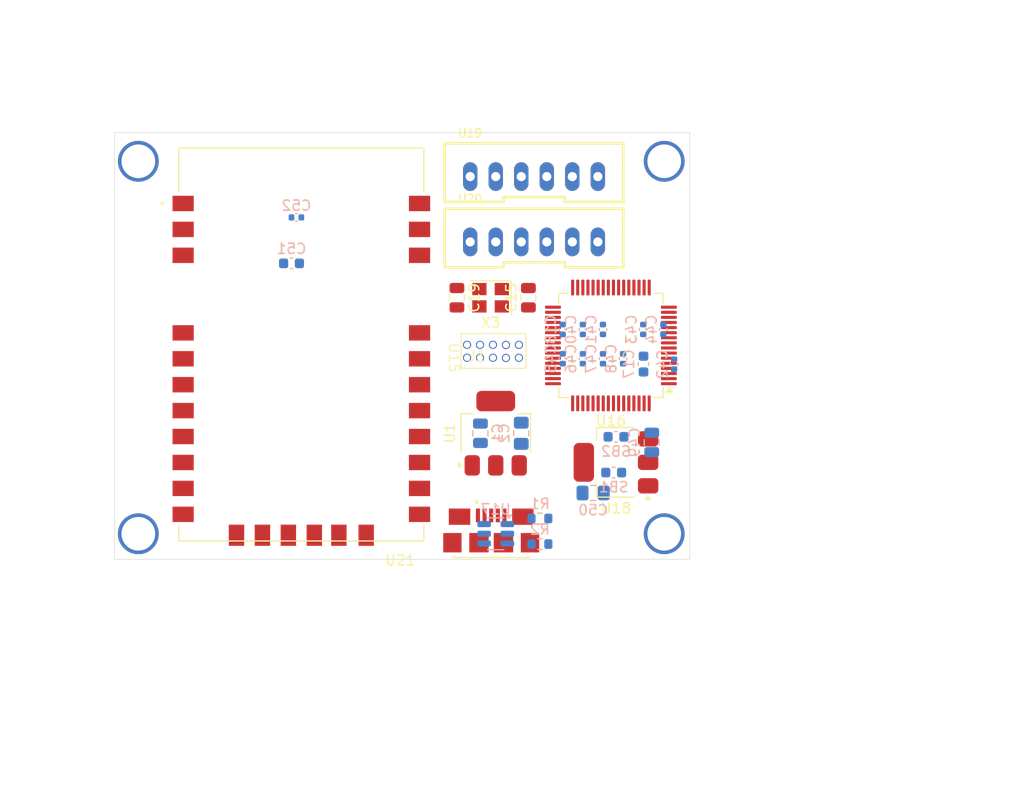
<source format=kicad_pcb>
(kicad_pcb (version 20240108) (generator "pcbnew") (generator_version "8.0")
  (layers (0 "F.Cu" signal) (31 "B.Cu" signal) (34 "B.Paste" user) (35 "F.Paste" user) (36 "B.SilkS" user "B.Silkscreen") (37 "F.SilkS" user "F.Silkscreen") (38 "B.Mask" user) (39 "F.Mask" user) (44 "Edge.Cuts" user))
  (net 0 "")
  (net 1 "GND")
  (net 2 "/XTAL1")
  (net 3 "+3.3V")
  (net 4 "/XTAL2")
  (net 5 "NRSTIN")
  (net 6 "VCC")
  (net 7 "/VCAP")
  (net 8 "Net-(U18-VI)")
  (net 10 "+5V")
  (net 13 "SWO")
  (net 14 "SWCLK")
  (net 15 "SWDIO")
  (net 17 "/D1+")
  (net 20 "/D1-")
  (net 22 "/D2-")
  (net 23 "/D2+")
  (net 28 "USB_D-")
  (net 30 "USB_D+")
  (net 39 "LORA_SCK")
  (net 42 "LORA_RST")
  (net 43 "Servo_PWM2")
  (net 46 "LORA_TxEn")
  (net 47 "LORA_NSS")
  (net 50 "UART_Tx")
  (net 52 "Servo_PWM1")
  (net 61 "UART_Rx")
  (net 66 "LORA_RxEn")
  (net 70 "LORA_MISO")
  (net 74 "LORA_MOSI")
  (footprint "Capacitor_SMD:C_0805_2012Metric" (layer "F.Cu") (at 52.7 31.37 90)
    (property "Reference" "C15" (at 0 -1.68 90) (layer "F.SilkS"))
    (property "Value" "10nf")
    (fp_line (start -0.261252 -0.735) (end 0.261252 -0.735) (stroke (width 0.12)) (layer "F.SilkS"))
    (fp_line (start -0.261252 0.735) (end 0.261252 0.735) (stroke (width 0.12)) (layer "F.SilkS"))
    (pad "1" smd roundrect (at -0.95 0 90) (size 1 1.45) (layers "F.Cu" "F.Paste" "F.Mask") (net 2 "/XTAL1"))
    (pad "2" smd roundrect (at 0.95 0 90) (size 1 1.45) (layers "F.Cu" "F.Paste" "F.Mask") (net 1 "GND"))
  )
  (footprint "Package_TO_SOT_SMD:SOT-223-3_TabPin2" (layer "F.Cu") (at 49.5 44.65 90)
    (property "Reference" "U1" (at 0 -4.5 90) (layer "F.SilkS"))
    (property "Value" "AMS1117-5")
    (fp_line (start 1.91 -3.41) (end 1.91 -2.15) (stroke (width 0.12)) (layer "F.SilkS"))
    (fp_line (start -1.85 -3.41) (end 1.91 -3.41) (stroke (width 0.12)) (layer "F.SilkS"))
    (fp_line (start 1.91 3.41) (end 1.91 2.15) (stroke (width 0.12)) (layer "F.SilkS"))
    (fp_line (start -1.85 3.41) (end 1.91 3.41) (stroke (width 0.12)) (layer "F.SilkS"))
    (fp_poly (pts (xy -3.13 -3.31) (xy -3.37 -3.64) (xy -2.89 -3.64) (xy -3.13 -3.31)) (stroke (width 0.12)) (fill solid) (layer "F.SilkS"))
    (pad "1" smd roundrect (at -3.15 -2.3 90) (size 2 1.5) (layers "F.Cu" "F.Paste" "F.Mask") (net 1 "GND"))
    (pad "2" smd roundrect (at -3.15 0 90) (size 2 1.5) (layers "F.Cu" "F.Paste" "F.Mask") (net 10 "+5V"))
    (pad "2" smd roundrect (at 3.15 0 90) (size 2 3.8) (layers "F.Cu" "F.Paste" "F.Mask") (net 10 "+5V"))
    (pad "3" smd roundrect (at -3.15 2.3 90) (size 2 1.5) (layers "F.Cu" "F.Paste" "F.Mask") (net 6 "VCC"))
  )
  (footprint "Custom_parts:DW127R-22-14-23" (layer "F.Cu") (at 46.69 35.984855 -90)
    (property "Reference" "U15" (at 1.27 1.27 -90) (layer "F.SilkS") (effects (font (thickness 0.1))))
    (property "Value" "DW127R-22-14-23")
    (fp_rect (start -1.1 -5.775) (end 2.3 0.575) (stroke (width 0.1)) (fill none) (layer "F.SilkS"))
    (pad "1" thru_hole circle (at 0 0 270) (size 0.8 0.8) (drill 0.6) (layers "*.Cu" "*.Mask") (net 3 "+3.3V"))
    (pad "2" thru_hole circle (at 1.27 0 270) (size 0.8 0.8) (drill 0.6) (layers "*.Cu" "*.Mask") (net 15 "SWDIO"))
    (pad "3" thru_hole circle (at 0 -1.27 270) (size 0.8 0.8) (drill 0.6) (layers "*.Cu" "*.Mask") (net 1 "GND"))
    (pad "4" thru_hole circle (at 1.27 -1.27 270) (size 0.8 0.8) (drill 0.6) (layers "*.Cu" "*.Mask") (net 14 "SWCLK"))
    (pad "5" thru_hole circle (at 0 -2.54 270) (size 0.8 0.8) (drill 0.6) (layers "*.Cu" "*.Mask") (net 1 "GND"))
    (pad "6" thru_hole circle (at 1.27 -2.54 270) (size 0.8 0.8) (drill 0.6) (layers "*.Cu" "*.Mask"))
    (pad "7" thru_hole circle (at 0.015145 -3.81 270) (size 0.8 0.8) (drill 0.6) (layers "*.Cu" "*.Mask") (net 13 "SWO"))
    (pad "8" thru_hole circle (at 1.285145 -3.81 270) (size 0.8 0.8) (drill 0.6) (layers "*.Cu" "*.Mask"))
    (pad "9" thru_hole circle (at 0 -5.08 270) (size 0.8 0.8) (drill 0.6) (layers "*.Cu" "*.Mask") (net 1 "GND"))
    (pad "10" thru_hole circle (at 1.27 -5.08 270) (size 0.8 0.8) (drill 0.6) (layers "*.Cu" "*.Mask") (net 5 "NRSTIN"))
  )
  (footprint "Custom_parts:E22-900M30S" (layer "F.Cu") (at 30.463 35.953 180)
    (property "Reference" "U21" (at -9.69 -21.135 360) (layer "F.SilkS"))
    (property "Value" "E32-400M30S")
    (fp_line (start 12 19.25) (end 12 14.895) (stroke (width 0.127)) (layer "F.SilkS"))
    (fp_line (start 12 19.25) (end -12 19.25) (stroke (width 0.127)) (layer "F.SilkS"))
    (fp_line (start 12 -19.25) (end 12 -17.715) (stroke (width 0.127)) (layer "F.SilkS"))
    (fp_line (start -12 19.25) (end -12 14.895) (stroke (width 0.127)) (layer "F.SilkS"))
    (fp_line (start -12 -17.715) (end -12 -19.25) (stroke (width 0.127)) (layer "F.SilkS"))
    (fp_line (start -12 -19.25) (end 12 -19.25) (stroke (width 0.127)) (layer "F.SilkS"))
    (fp_circle (center 13.615 13.82) (end 13.715 13.82) (stroke (width 0.2)) (fill none) (layer "F.SilkS"))
    (pad "1" smd rect (at 11.575 13.82 180) (size 2.08 1.51) (layers "F.Cu" "F.Paste" "F.Mask") (net 1 "GND"))
    (pad "2" smd rect (at 11.575 11.28 180) (size 2.08 1.51) (layers "F.Cu" "F.Paste" "F.Mask") (net 1 "GND"))
    (pad "3" smd rect (at 11.575 8.74 180) (size 2.08 1.51) (layers "F.Cu" "F.Paste" "F.Mask") (net 1 "GND"))
    (pad "4" smd rect (at 11.575 1.14 180) (size 2.08 1.51) (layers "F.Cu" "F.Paste" "F.Mask") (net 1 "GND"))
    (pad "5" smd rect (at 11.575 -1.4 180) (size 2.08 1.51) (layers "F.Cu" "F.Paste" "F.Mask") (net 1 "GND"))
    (pad "6" smd rect (at 11.575 -3.94 180) (size 2.08 1.51) (layers "F.Cu" "F.Paste" "F.Mask") (net 66 "LORA_RxEn"))
    (pad "7" smd rect (at 11.575 -6.48 180) (size 2.08 1.51) (layers "F.Cu" "F.Paste" "F.Mask") (net 46 "LORA_TxEn"))
    (pad "8" smd rect (at 11.575 -9.02 180) (size 2.08 1.51) (layers "F.Cu" "F.Paste" "F.Mask"))
    (pad "9" smd rect (at 11.575 -11.56 180) (size 2.08 1.51) (layers "F.Cu" "F.Paste" "F.Mask") (net 10 "+5V"))
    (pad "10" smd rect (at 11.575 -14.1 180) (size 2.08 1.51) (layers "F.Cu" "F.Paste" "F.Mask") (net 10 "+5V"))
    (pad "11" smd rect (at 11.575 -16.64 180) (size 2.08 1.51) (layers "F.Cu" "F.Paste" "F.Mask") (net 1 "GND"))
    (pad "12" smd rect (at 6.35 -18.69 270) (size 2.08 1.51) (layers "F.Cu" "F.Paste" "F.Mask") (net 1 "GND"))
    (pad "13" smd rect (at 3.81 -18.69 270) (size 2.08 1.51) (layers "F.Cu" "F.Paste" "F.Mask"))
    (pad "14" smd rect (at 1.27 -18.69 270) (size 2.08 1.51) (layers "F.Cu" "F.Paste" "F.Mask"))
    (pad "15" smd rect (at -1.27 -18.69 270) (size 2.08 1.51) (layers "F.Cu" "F.Paste" "F.Mask"))
    (pad "16" smd rect (at -3.675 -18.69 270) (size 2.08 1.51) (layers "F.Cu" "F.Paste" "F.Mask"))
    (pad "17" smd rect (at -6.35 -18.69 270) (size 2.08 1.51) (layers "F.Cu" "F.Paste" "F.Mask") (net 1 "GND"))
    (pad "18" smd rect (at -11.575 -16.64 180) (size 2.08 1.51) (layers "F.Cu" "F.Paste" "F.Mask") (net 1 "GND"))
    (pad "19" smd rect (at -11.575 -14.1 180) (size 2.08 1.51) (layers "F.Cu" "F.Paste" "F.Mask"))
    (pad "20" smd rect (at -11.575 -11.56 180) (size 2.08 1.51) (layers "F.Cu" "F.Paste" "F.Mask"))
    (pad "21" smd rect (at -11.575 -9.02 180) (size 2.08 1.51) (layers "F.Cu" "F.Paste" "F.Mask") (net 42 "LORA_RST"))
    (pad "22" smd rect (at -11.575 -6.48 180) (size 2.08 1.51) (layers "F.Cu" "F.Paste" "F.Mask") (net 70 "LORA_MISO"))
    (pad "23" smd rect (at -11.575 -3.94 180) (size 2.08 1.51) (layers "F.Cu" "F.Paste" "F.Mask") (net 74 "LORA_MOSI"))
    (pad "24" smd rect (at -11.575 -1.4 180) (size 2.08 1.51) (layers "F.Cu" "F.Paste" "F.Mask") (net 39 "LORA_SCK"))
    (pad "25" smd rect (at -11.575 1.14 180) (size 2.08 1.51) (layers "F.Cu" "F.Paste" "F.Mask") (net 47 "LORA_NSS"))
    (pad "26" smd rect (at -11.575 8.74 180) (size 2.08 1.51) (layers "F.Cu" "F.Paste" "F.Mask") (net 1 "GND"))
    (pad "27" smd rect (at -11.575 11.28 180) (size 2.08 1.51) (layers "F.Cu" "F.Paste" "F.Mask"))
    (pad "28" smd rect (at -11.575 13.82 180) (size 2.08 1.51) (layers "F.Cu" "F.Paste" "F.Mask") (net 1 "GND"))
  )
  (footprint "Custom_parts:AMPHENOL_10118192-0002LF" (layer "F.Cu") (at 49.05575 52.7)
    (property "Reference" "J1" (at -1.405 -15.575 0) (layer "F.SilkS"))
    (property "Value" "10118192-0002LF")
    (fp_line (start -3.75 4) (end -3.75 4.125) (stroke (width 0.127)) (layer "F.SilkS"))
    (fp_line (start -3.75 4.125) (end 3.75 4.125) (stroke (width 0.127)) (layer "F.SilkS"))
    (fp_line (start 3.75 4.125) (end 3.75 4) (stroke (width 0.127)) (layer "F.SilkS"))
    (fp_circle (center -1.4 -1.3) (end -1.3 -1.3) (stroke (width 0.2)) (fill none) (layer "F.SilkS"))
    (pad "1" smd rect (at -1.3 0) (size 0.4 1.35) (layers "F.Cu" "F.Paste" "F.Mask") (net 10 "+5V"))
    (pad "2" smd rect (at -0.65 0) (size 0.4 1.35) (layers "F.Cu" "F.Paste" "F.Mask") (net 20 "/D1-"))
    (pad "3" smd rect (at 0 0) (size 0.4 1.35) (layers "F.Cu" "F.Paste" "F.Mask") (net 17 "/D1+"))
    (pad "4" smd rect (at 0.65 0) (size 0.4 1.35) (layers "F.Cu" "F.Paste" "F.Mask"))
    (pad "5" smd rect (at 1.3 0) (size 0.4 1.35) (layers "F.Cu" "F.Paste" "F.Mask") (net 1 "GND"))
    (pad "S1" smd rect (at -3.1 0.125) (size 2.1 1.6) (layers "F.Cu" "F.Paste" "F.Mask"))
    (pad "S2" smd rect (at 3.1 0.125) (size 2.1 1.6) (layers "F.Cu" "F.Paste" "F.Mask"))
    (pad "S3" smd rect (at -3.8 2.675) (size 1.8 1.9) (layers "F.Cu" "F.Paste" "F.Mask"))
    (pad "S4" smd rect (at -1.2 2.675) (size 1.9 1.9) (layers "F.Cu" "F.Paste" "F.Mask"))
    (pad "S5" smd rect (at 1.2 2.675) (size 1.9 1.9) (layers "F.Cu" "F.Paste" "F.Mask"))
    (pad "S6" smd rect (at 3.8 2.675) (size 1.8 1.9) (layers "F.Cu" "F.Paste" "F.Mask"))
  )
  (footprint "Crystal:Crystal_SMD_3225-4Pin_3.2x2.5mm" (layer "F.Cu") (at 49 31.37 180)
    (property "Reference" "X3" (at 0 -2.45 360) (layer "F.SilkS"))
    (property "Value" "25MHz")
    (fp_line (start -2 1.65) (end 2 1.65) (stroke (width 0.12)) (layer "F.SilkS"))
    (fp_line (start -2 -1.65) (end -2 1.65) (stroke (width 0.12)) (layer "F.SilkS"))
    (pad "1" smd rect (at -1.1 0.85 180) (size 1.4 1.2) (layers "F.Cu" "F.Paste" "F.Mask") (net 2 "/XTAL1"))
    (pad "2" smd rect (at 1.1 0.85 180) (size 1.4 1.2) (layers "F.Cu" "F.Paste" "F.Mask") (net 1 "GND"))
    (pad "3" smd rect (at 1.1 -0.85 180) (size 1.4 1.2) (layers "F.Cu" "F.Paste" "F.Mask") (net 4 "/XTAL2"))
    (pad "4" smd rect (at -1.1 -0.85 180) (size 1.4 1.2) (layers "F.Cu" "F.Paste" "F.Mask") (net 1 "GND"))
  )
  (footprint "Custom_parts:B06B-XASK-1-A" (layer "F.Cu") (at 53.25 19.5)
    (property "Reference" "U19" (at -6.25 -4.25 0) (layer "F.SilkS") (effects (font (size 0.787402 0.787402))))
    (property "Value" "~")
    (fp_line (start -8.75 -3.25) (end -8.75 2.5) (stroke (width 0.254)) (layer "F.SilkS"))
    (fp_line (start -8.75 2.5) (end -3 2.5) (stroke (width 0.254)) (layer "F.SilkS"))
    (fp_line (start -3 2) (end 3 2) (stroke (width 0.254)) (layer "F.SilkS"))
    (fp_line (start -3 2.5) (end -3 2) (stroke (width 0.254)) (layer "F.SilkS"))
    (fp_line (start 3 2) (end 3 2.5) (stroke (width 0.254)) (layer "F.SilkS"))
    (fp_line (start 3 2.5) (end 8.75 2.5) (stroke (width 0.254)) (layer "F.SilkS"))
    (fp_line (start 8.75 -3.25) (end -8.75 -3.25) (stroke (width 0.254)) (layer "F.SilkS"))
    (fp_line (start 8.75 2.5) (end 8.75 -3.25) (stroke (width 0.254)) (layer "F.SilkS"))
    (pad "" np_thru_hole circle (at 7.85 -1.6) (size 1.2 1.2) (drill 1.2) (layers "*.Cu" "*.Mask"))
    (pad "1" thru_hole oval (at 6.25 0) (size 1.408 2.816) (drill 0.9) (layers "*.Cu" "*.Mask") (net 52 "Servo_PWM1"))
    (pad "2" thru_hole oval (at 3.75 0) (size 1.408 2.816) (drill 0.9) (layers "*.Cu" "*.Mask") (net 6 "VCC"))
    (pad "3" thru_hole oval (at 1.25 0) (size 1.408 2.816) (drill 0.9) (layers "*.Cu" "*.Mask") (net 1 "GND"))
    (pad "4" thru_hole oval (at -1.25 0) (size 1.408 2.816) (drill 0.9) (layers "*.Cu" "*.Mask") (net 43 "Servo_PWM2"))
    (pad "5" thru_hole oval (at -3.75 0) (size 1.408 2.816) (drill 0.9) (layers "*.Cu" "*.Mask") (net 6 "VCC"))
    (pad "6" thru_hole oval (at -6.25 0) (size 1.408 2.816) (drill 0.9) (layers "*.Cu" "*.Mask") (net 1 "GND"))
  )
  (footprint "Capacitor_SMD:C_0805_2012Metric" (layer "F.Cu") (at 45.7 31.37 -90)
    (property "Reference" "C19" (at 0 -1.68 90) (layer "F.SilkS"))
    (property "Value" "10nf")
    (fp_line (start -0.261252 0.735) (end 0.261252 0.735) (stroke (width 0.12)) (layer "F.SilkS"))
    (fp_line (start -0.261252 -0.735) (end 0.261252 -0.735) (stroke (width 0.12)) (layer "F.SilkS"))
    (pad "1" smd roundrect (at -0.95 0 270) (size 1 1.45) (layers "F.Cu" "F.Paste" "F.Mask") (net 4 "/XTAL2"))
    (pad "2" smd roundrect (at 0.95 0 270) (size 1 1.45) (layers "F.Cu" "F.Paste" "F.Mask") (net 1 "GND"))
  )
  (footprint "Package_QFP:LQFP-64_10x10mm_P0.5mm" (layer "F.Cu") (at 60.78 36.045 180)
    (property "Reference" "U16" (at 0 -7.4 360) (layer "F.SilkS"))
    (property "Value" "STM32F401RCTx")
    (fp_line (start 5.11 5.11) (end 5.11 4.16) (stroke (width 0.12)) (layer "F.SilkS"))
    (fp_line (start 5.11 -5.11) (end 5.11 -4.16) (stroke (width 0.12)) (layer "F.SilkS"))
    (fp_line (start 4.16 5.11) (end 5.11 5.11) (stroke (width 0.12)) (layer "F.SilkS"))
    (fp_line (start 4.16 -5.11) (end 5.11 -5.11) (stroke (width 0.12)) (layer "F.SilkS"))
    (fp_line (start -4.16 5.11) (end -5.11 5.11) (stroke (width 0.12)) (layer "F.SilkS"))
    (fp_line (start -4.16 -5.11) (end -5.11 -5.11) (stroke (width 0.12)) (layer "F.SilkS"))
    (fp_line (start -5.11 5.11) (end -5.11 4.16) (stroke (width 0.12)) (layer "F.SilkS"))
    (fp_line (start -5.11 -5.11) (end -5.11 -4.16) (stroke (width 0.12)) (layer "F.SilkS"))
    (fp_poly (pts (xy -5.725 -4.16) (xy -6.065 -4.63) (xy -5.385 -4.63) (xy -5.725 -4.16)) (stroke (width 0.12)) (fill solid) (layer "F.SilkS"))
    (pad "1" smd roundrect (at -5.675 -3.75 180) (size 1.55 0.3) (layers "F.Cu" "F.Paste" "F.Mask") (net 3 "+3.3V"))
    (pad "2" smd roundrect (at -5.675 -3.25 180) (size 1.55 0.3) (layers "F.Cu" "F.Paste" "F.Mask"))
    (pad "3" smd roundrect (at -5.675 -2.75 180) (size 1.55 0.3) (layers "F.Cu" "F.Paste" "F.Mask"))
    (pad "4" smd roundrect (at -5.675 -2.25 180) (size 1.55 0.3) (layers "F.Cu" "F.Paste" "F.Mask"))
    (pad "5" smd roundrect (at -5.675 -1.75 180) (size 1.55 0.3) (layers "F.Cu" "F.Paste" "F.Mask") (net 2 "/XTAL1"))
    (pad "6" smd roundrect (at -5.675 -1.25 180) (size 1.55 0.3) (layers "F.Cu" "F.Paste" "F.Mask") (net 4 "/XTAL2"))
    (pad "7" smd roundrect (at -5.675 -0.75 180) (size 1.55 0.3) (layers "F.Cu" "F.Paste" "F.Mask") (net 5 "NRSTIN"))
    (pad "8" smd roundrect (at -5.675 -0.25 180) (size 1.55 0.3) (layers "F.Cu" "F.Paste" "F.Mask"))
    (pad "9" smd roundrect (at -5.675 0.25 180) (size 1.55 0.3) (layers "F.Cu" "F.Paste" "F.Mask"))
    (pad "10" smd roundrect (at -5.675 0.75 180) (size 1.55 0.3) (layers "F.Cu" "F.Paste" "F.Mask"))
    (pad "11" smd roundrect (at -5.675 1.25 180) (size 1.55 0.3) (layers "F.Cu" "F.Paste" "F.Mask"))
    (pad "12" smd roundrect (at -5.675 1.75 180) (size 1.55 0.3) (layers "F.Cu" "F.Paste" "F.Mask") (net 1 "GND"))
    (pad "13" smd roundrect (at -5.675 2.25 180) (size 1.55 0.3) (layers "F.Cu" "F.Paste" "F.Mask") (net 3 "+3.3V"))
    (pad "14" smd roundrect (at -5.675 2.75 180) (size 1.55 0.3) (layers "F.Cu" "F.Paste" "F.Mask"))
    (pad "15" smd roundrect (at -5.675 3.25 180) (size 1.55 0.3) (layers "F.Cu" "F.Paste" "F.Mask") (net 66 "LORA_RxEn"))
    (pad "16" smd roundrect (at -5.675 3.75 180) (size 1.55 0.3) (layers "F.Cu" "F.Paste" "F.Mask") (net 46 "LORA_TxEn"))
    (pad "17" smd roundrect (at -3.75 5.675 180) (size 0.3 1.55) (layers "F.Cu" "F.Paste" "F.Mask") (net 42 "LORA_RST"))
    (pad "18" smd roundrect (at -3.25 5.675 180) (size 0.3 1.55) (layers "F.Cu" "F.Paste" "F.Mask") (net 1 "GND"))
    (pad "19" smd roundrect (at -2.75 5.675 180) (size 0.3 1.55) (layers "F.Cu" "F.Paste" "F.Mask") (net 3 "+3.3V"))
    (pad "20" smd roundrect (at -2.25 5.675 180) (size 0.3 1.55) (layers "F.Cu" "F.Paste" "F.Mask") (net 47 "LORA_NSS"))
    (pad "21" smd roundrect (at -1.75 5.675 180) (size 0.3 1.55) (layers "F.Cu" "F.Paste" "F.Mask") (net 39 "LORA_SCK"))
    (pad "22" smd roundrect (at -1.25 5.675 180) (size 0.3 1.55) (layers "F.Cu" "F.Paste" "F.Mask") (net 70 "LORA_MISO"))
    (pad "23" smd roundrect (at -0.75 5.675 180) (size 0.3 1.55) (layers "F.Cu" "F.Paste" "F.Mask") (net 74 "LORA_MOSI"))
    (pad "24" smd roundrect (at -0.25 5.675 180) (size 0.3 1.55) (layers "F.Cu" "F.Paste" "F.Mask"))
    (pad "25" smd roundrect (at 0.25 5.675 180) (size 0.3 1.55) (layers "F.Cu" "F.Paste" "F.Mask"))
    (pad "26" smd roundrect (at 0.75 5.675 180) (size 0.3 1.55) (layers "F.Cu" "F.Paste" "F.Mask"))
    (pad "27" smd roundrect (at 1.25 5.675 180) (size 0.3 1.55) (layers "F.Cu" "F.Paste" "F.Mask"))
    (pad "28" smd roundrect (at 1.75 5.675 180) (size 0.3 1.55) (layers "F.Cu" "F.Paste" "F.Mask"))
    (pad "29" smd roundrect (at 2.25 5.675 180) (size 0.3 1.55) (layers "F.Cu" "F.Paste" "F.Mask"))
    (pad "30" smd roundrect (at 2.75 5.675 180) (size 0.3 1.55) (layers "F.Cu" "F.Paste" "F.Mask") (net 7 "/VCAP"))
    (pad "31" smd roundrect (at 3.25 5.675 180) (size 0.3 1.55) (layers "F.Cu" "F.Paste" "F.Mask") (net 1 "GND"))
    (pad "32" smd roundrect (at 3.75 5.675 180) (size 0.3 1.55) (layers "F.Cu" "F.Paste" "F.Mask") (net 3 "+3.3V"))
    (pad "33" smd roundrect (at 5.675 3.75 180) (size 1.55 0.3) (layers "F.Cu" "F.Paste" "F.Mask"))
    (pad "34" smd roundrect (at 5.675 3.25 180) (size 1.55 0.3) (layers "F.Cu" "F.Paste" "F.Mask"))
    (pad "35" smd roundrect (at 5.675 2.75 180) (size 1.55 0.3) (layers "F.Cu" "F.Paste" "F.Mask"))
    (pad "36" smd roundrect (at 5.675 2.25 180) (size 1.55 0.3) (layers "F.Cu" "F.Paste" "F.Mask"))
    (pad "37" smd roundrect (at 5.675 1.75 180) (size 1.55 0.3) (layers "F.Cu" "F.Paste" "F.Mask"))
    (pad "38" smd roundrect (at 5.675 1.25 180) (size 1.55 0.3) (layers "F.Cu" "F.Paste" "F.Mask"))
    (pad "39" smd roundrect (at 5.675 0.75 180) (size 1.55 0.3) (layers "F.Cu" "F.Paste" "F.Mask"))
    (pad "40" smd roundrect (at 5.675 0.25 180) (size 1.55 0.3) (layers "F.Cu" "F.Paste" "F.Mask"))
    (pad "41" smd roundrect (at 5.675 -0.25 180) (size 1.55 0.3) (layers "F.Cu" "F.Paste" "F.Mask"))
    (pad "42" smd roundrect (at 5.675 -0.75 180) (size 1.55 0.3) (layers "F.Cu" "F.Paste" "F.Mask"))
    (pad "43" smd roundrect (at 5.675 -1.25 180) (size 1.55 0.3) (layers "F.Cu" "F.Paste" "F.Mask"))
    (pad "44" smd roundrect (at 5.675 -1.75 180) (size 1.55 0.3) (layers "F.Cu" "F.Paste" "F.Mask") (net 28 "USB_D-"))
    (pad "45" smd roundrect (at 5.675 -2.25 180) (size 1.55 0.3) (layers "F.Cu" "F.Paste" "F.Mask") (net 30 "USB_D+"))
    (pad "46" smd roundrect (at 5.675 -2.75 180) (size 1.55 0.3) (layers "F.Cu" "F.Paste" "F.Mask") (net 15 "SWDIO"))
    (pad "47" smd roundrect (at 5.675 -3.25 180) (size 1.55 0.3) (layers "F.Cu" "F.Paste" "F.Mask") (net 1 "GND"))
    (pad "48" smd roundrect (at 5.675 -3.75 180) (size 1.55 0.3) (layers "F.Cu" "F.Paste" "F.Mask") (net 3 "+3.3V"))
    (pad "49" smd roundrect (at 3.75 -5.675 180) (size 0.3 1.55) (layers "F.Cu" "F.Paste" "F.Mask") (net 14 "SWCLK"))
    (pad "50" smd roundrect (at 3.25 -5.675 180) (size 0.3 1.55) (layers "F.Cu" "F.Paste" "F.Mask"))
    (pad "51" smd roundrect (at 2.75 -5.675 180) (size 0.3 1.55) (layers "F.Cu" "F.Paste" "F.Mask"))
    (pad "52" smd roundrect (at 2.25 -5.675 180) (size 0.3 1.55) (layers "F.Cu" "F.Paste" "F.Mask"))
    (pad "53" smd roundrect (at 1.75 -5.675 180) (size 0.3 1.55) (layers "F.Cu" "F.Paste" "F.Mask"))
    (pad "54" smd roundrect (at 1.25 -5.675 180) (size 0.3 1.55) (layers "F.Cu" "F.Paste" "F.Mask"))
    (pad "55" smd roundrect (at 0.75 -5.675 180) (size 0.3 1.55) (layers "F.Cu" "F.Paste" "F.Mask") (net 13 "SWO"))
    (pad "56" smd roundrect (at 0.25 -5.675 180) (size 0.3 1.55) (layers "F.Cu" "F.Paste" "F.Mask"))
    (pad "57" smd roundrect (at -0.25 -5.675 180) (size 0.3 1.55) (layers "F.Cu" "F.Paste" "F.Mask"))
    (pad "58" smd roundrect (at -0.75 -5.675 180) (size 0.3 1.55) (layers "F.Cu" "F.Paste" "F.Mask") (net 50 "UART_Tx"))
    (pad "59" smd roundrect (at -1.25 -5.675 180) (size 0.3 1.55) (layers "F.Cu" "F.Paste" "F.Mask") (net 61 "UART_Rx"))
    (pad "60" smd roundrect (at -1.75 -5.675 180) (size 0.3 1.55) (layers "F.Cu" "F.Paste" "F.Mask") (net 1 "GND"))
    (pad "61" smd roundrect (at -2.25 -5.675 180) (size 0.3 1.55) (layers "F.Cu" "F.Paste" "F.Mask"))
    (pad "62" smd roundrect (at -2.75 -5.675 180) (size 0.3 1.55) (layers "F.Cu" "F.Paste" "F.Mask"))
    (pad "63" smd roundrect (at -3.25 -5.675 180) (size 0.3 1.55) (layers "F.Cu" "F.Paste" "F.Mask") (net 1 "GND"))
    (pad "64" smd roundrect (at -3.75 -5.675 180) (size 0.3 1.55) (layers "F.Cu" "F.Paste" "F.Mask") (net 3 "+3.3V"))
  )
  (footprint "Package_TO_SOT_SMD:SOT-223-3_TabPin2" (layer "F.Cu") (at 61.275 47.5 180)
    (property "Reference" "U18" (at 0 -4.5 360) (layer "F.SilkS"))
    (property "Value" "AMS1117-3.3")
    (fp_line (start 1.91 3.41) (end 1.91 2.15) (stroke (width 0.12)) (layer "F.SilkS"))
    (fp_line (start 1.91 -3.41) (end 1.91 -2.15) (stroke (width 0.12)) (layer "F.SilkS"))
    (fp_line (start -1.85 3.41) (end 1.91 3.41) (stroke (width 0.12)) (layer "F.SilkS"))
    (fp_line (start -1.85 -3.41) (end 1.91 -3.41) (stroke (width 0.12)) (layer "F.SilkS"))
    (fp_poly (pts (xy -3.13 -3.31) (xy -3.37 -3.64) (xy -2.89 -3.64) (xy -3.13 -3.31)) (stroke (width 0.12)) (fill solid) (layer "F.SilkS"))
    (pad "1" smd roundrect (at -3.15 -2.3 180) (size 2 1.5) (layers "F.Cu" "F.Paste" "F.Mask") (net 1 "GND"))
    (pad "2" smd roundrect (at -3.15 0 180) (size 2 1.5) (layers "F.Cu" "F.Paste" "F.Mask") (net 3 "+3.3V"))
    (pad "2" smd roundrect (at 3.15 0 180) (size 2 3.8) (layers "F.Cu" "F.Paste" "F.Mask") (net 3 "+3.3V"))
    (pad "3" smd roundrect (at -3.15 2.3 180) (size 2 1.5) (layers "F.Cu" "F.Paste" "F.Mask") (net 8 "Net-(U18-VI)"))
  )
  (footprint "Custom_parts:B06B-XASK-1-A" (layer "F.Cu") (at 53.25 25.9)
    (property "Reference" "U20" (at -6.25 -4.25 0) (layer "F.SilkS") (effects (font (size 0.787402 0.787402))))
    (property "Value" "~")
    (fp_line (start -8.75 -3.25) (end -8.75 2.5) (stroke (width 0.254)) (layer "F.SilkS"))
    (fp_line (start -8.75 2.5) (end -3 2.5) (stroke (width 0.254)) (layer "F.SilkS"))
    (fp_line (start -3 2) (end 3 2) (stroke (width 0.254)) (layer "F.SilkS"))
    (fp_line (start -3 2.5) (end -3 2) (stroke (width 0.254)) (layer "F.SilkS"))
    (fp_line (start 3 2) (end 3 2.5) (stroke (width 0.254)) (layer "F.SilkS"))
    (fp_line (start 3 2.5) (end 8.75 2.5) (stroke (width 0.254)) (layer "F.SilkS"))
    (fp_line (start 8.75 -3.25) (end -8.75 -3.25) (stroke (width 0.254)) (layer "F.SilkS"))
    (fp_line (start 8.75 2.5) (end 8.75 -3.25) (stroke (width 0.254)) (layer "F.SilkS"))
    (pad "" np_thru_hole circle (at 7.85 -1.6) (size 1.2 1.2) (drill 1.2) (layers "*.Cu" "*.Mask"))
    (pad "1" thru_hole oval (at 6.25 0) (size 1.408 2.816) (drill 0.9) (layers "*.Cu" "*.Mask") (net 6 "VCC"))
    (pad "2" thru_hole oval (at 3.75 0) (size 1.408 2.816) (drill 0.9) (layers "*.Cu" "*.Mask"))
    (pad "3" thru_hole oval (at 1.25 0) (size 1.408 2.816) (drill 0.9) (layers "*.Cu" "*.Mask") (net 52 "Servo_PWM1"))
    (pad "4" thru_hole oval (at -1.25 0) (size 1.408 2.816) (drill 0.9) (layers "*.Cu" "*.Mask") (net 43 "Servo_PWM2"))
    (pad "5" thru_hole oval (at -3.75 0) (size 1.408 2.816) (drill 0.9) (layers "*.Cu" "*.Mask"))
    (pad "6" thru_hole oval (at -6.25 0) (size 1.408 2.816) (drill 0.9) (layers "*.Cu" "*.Mask") (net 1 "GND"))
  )
  (footprint "Package_TO_SOT_SMD:SOT-23-6" (layer "B.Cu") (at 49.5 54.5 180)
    (property "Reference" "U17" (at 0 2.4 0) (layer "B.SilkS") (effects (justify mirror)))
    (property "Value" "USBLC6-2SC6")
    (fp_line (start 0.8 1.56) (end 0 1.56) (stroke (width 0.12)) (layer "B.SilkS"))
    (fp_line (start 0.8 -1.56) (end 0 -1.56) (stroke (width 0.12)) (layer "B.SilkS"))
    (fp_line (start -0.8 1.56) (end 0 1.56) (stroke (width 0.12)) (layer "B.SilkS"))
    (fp_line (start -0.8 -1.56) (end 0 -1.56) (stroke (width 0.12)) (layer "B.SilkS"))
    (fp_poly (pts (xy -1.3 1.51) (xy -1.54 1.84) (xy -1.06 1.84) (xy -1.3 1.51)) (stroke (width 0.12)) (fill solid) (layer "B.SilkS"))
    (pad "1" smd roundrect (at -1.1375 0.95 180) (size 1.325 0.6) (layers "B.Cu" "B.Paste" "B.Mask") (net 20 "/D1-"))
    (pad "2" smd roundrect (at -1.1375 0 180) (size 1.325 0.6) (layers "B.Cu" "B.Paste" "B.Mask") (net 1 "GND"))
    (pad "3" smd roundrect (at -1.1375 -0.95 180) (size 1.325 0.6) (layers "B.Cu" "B.Paste" "B.Mask") (net 17 "/D1+"))
    (pad "4" smd roundrect (at 1.1375 -0.95 180) (size 1.325 0.6) (layers "B.Cu" "B.Paste" "B.Mask") (net 23 "/D2+"))
    (pad "5" smd roundrect (at 1.1375 0 180) (size 1.325 0.6) (layers "B.Cu" "B.Paste" "B.Mask") (net 10 "+5V"))
    (pad "6" smd roundrect (at 1.1375 0.95 180) (size 1.325 0.6) (layers "B.Cu" "B.Paste" "B.Mask") (net 22 "/D2-"))
  )
  (footprint "Capacitor_SMD:C_0805_2012Metric_Pad1.18x1.45mm_HandSolder" (layer "B.Cu") (at 52 44.65 -90)
    (property "Reference" "C2" (at 0 1.68 90) (layer "B.SilkS") (effects (justify mirror)))
    (property "Value" "22uf")
    (fp_line (start 0.261252 0.735) (end -0.261252 0.735) (stroke (width 0.12)) (layer "B.SilkS"))
    (fp_line (start 0.261252 -0.735) (end -0.261252 -0.735) (stroke (width 0.12)) (layer "B.SilkS"))
    (pad "1" smd roundrect (at -1.0375 0 270) (size 1.175 1.45) (layers "B.Cu" "B.Paste" "B.Mask") (roundrect_rratio 0.212766) (net 10 "+5V"))
    (pad "2" smd roundrect (at 1.0375 0 270) (size 1.175 1.45) (layers "B.Cu" "B.Paste" "B.Mask") (roundrect_rratio 0.212766) (net 1 "GND"))
  )
  (footprint "Resistor_SMD:R_0603_1608Metric" (layer "B.Cu") (at 53.825 53 180)
    (property "Reference" "R1" (at 0 1.43 0) (layer "B.SilkS") (effects (justify mirror)))
    (property "Value" "20R")
    (fp_line (start 0.237258 0.5225) (end -0.237258 0.5225) (stroke (width 0.12)) (layer "B.SilkS"))
    (fp_line (start 0.237258 -0.5225) (end -0.237258 -0.5225) (stroke (width 0.12)) (layer "B.SilkS"))
    (pad "1" smd roundrect (at -0.825 0 180) (size 0.8 0.95) (layers "B.Cu" "B.Paste" "B.Mask") (net 22 "/D2-"))
    (pad "2" smd roundrect (at 0.825 0 180) (size 0.8 0.95) (layers "B.Cu" "B.Paste" "B.Mask") (net 28 "USB_D-"))
  )
  (footprint "Resistor_SMD:R_0603_1608Metric" (layer "B.Cu") (at 53.825 55.51 180)
    (property "Reference" "R2" (at 0 1.43 360) (layer "B.SilkS") (effects (justify mirror)))
    (property "Value" "20R")
    (fp_line (start 0.237258 0.5225) (end -0.237258 0.5225) (stroke (width 0.12)) (layer "B.SilkS"))
    (fp_line (start 0.237258 -0.5225) (end -0.237258 -0.5225) (stroke (width 0.12)) (layer "B.SilkS"))
    (pad "1" smd roundrect (at -0.825 0 180) (size 0.8 0.95) (layers "B.Cu" "B.Paste" "B.Mask") (net 23 "/D2+"))
    (pad "2" smd roundrect (at 0.825 0 180) (size 0.8 0.95) (layers "B.Cu" "B.Paste" "B.Mask") (net 30 "USB_D+"))
  )
  (footprint "Capacitor_SMD:C_0402_1005Metric" (layer "B.Cu") (at 56.06 37.35 -90)
    (property "Reference" "C45" (at 0 1.16 90) (layer "B.SilkS") (effects (justify mirror)))
    (property "Value" "0.1uf")
    (fp_line (start 0.107836 0.36) (end -0.107836 0.36) (stroke (width 0.12)) (layer "B.SilkS"))
    (fp_line (start 0.107836 -0.36) (end -0.107836 -0.36) (stroke (width 0.12)) (layer "B.SilkS"))
    (pad "1" smd roundrect (at -0.48 0 270) (size 0.56 0.62) (layers "B.Cu" "B.Paste" "B.Mask") (net 3 "+3.3V"))
    (pad "2" smd roundrect (at 0.48 0 270) (size 0.56 0.62) (layers "B.Cu" "B.Paste" "B.Mask") (net 1 "GND"))
  )
  (footprint "Capacitor_SMD:C_0603_1608Metric" (layer "B.Cu") (at 61.05 48.5)
    (property "Reference" "SB1" (at 0 1.43 360) (layer "B.SilkS") (effects (justify mirror)))
    (property "Value" "~")
    (fp_line (start 0.14058 -0.51) (end -0.14058 -0.51) (stroke (width 0.12)) (layer "B.SilkS"))
    (fp_line (start 0.14058 0.51) (end -0.14058 0.51) (stroke (width 0.12)) (layer "B.SilkS"))
    (pad "1" smd roundrect (at -0.775 0) (size 0.9 0.95) (layers "B.Cu" "B.Paste" "B.Mask") (net 10 "+5V"))
    (pad "2" smd roundrect (at 0.775 0) (size 0.9 0.95) (layers "B.Cu" "B.Paste" "B.Mask") (net 8 "Net-(U18-VI)"))
  )
  (footprint "Capacitor_SMD:C_0805_2012Metric" (layer "B.Cu") (at 64.775 45.55 -90)
    (property "Reference" "C49" (at 0 1.68 90) (layer "B.SilkS") (effects (justify mirror)))
    (property "Value" "10uf")
    (fp_line (start 0.261252 0.735) (end -0.261252 0.735) (stroke (width 0.12)) (layer "B.SilkS"))
    (fp_line (start 0.261252 -0.735) (end -0.261252 -0.735) (stroke (width 0.12)) (layer "B.SilkS"))
    (pad "1" smd roundrect (at -0.95 0 270) (size 1 1.45) (layers "B.Cu" "B.Paste" "B.Mask") (net 8 "Net-(U18-VI)"))
    (pad "2" smd roundrect (at 0.95 0 270) (size 1 1.45) (layers "B.Cu" "B.Paste" "B.Mask") (net 1 "GND"))
  )
  (footprint "Capacitor_SMD:C_0402_1005Metric" (layer "B.Cu") (at 60 37.35 -90)
    (property "Reference" "C47" (at 0 1.16 90) (layer "B.SilkS") (effects (justify mirror)))
    (property "Value" "0.1uf")
    (fp_line (start 0.107836 0.36) (end -0.107836 0.36) (stroke (width 0.12)) (layer "B.SilkS"))
    (fp_line (start 0.107836 -0.36) (end -0.107836 -0.36) (stroke (width 0.12)) (layer "B.SilkS"))
    (pad "1" smd roundrect (at -0.48 0 270) (size 0.56 0.62) (layers "B.Cu" "B.Paste" "B.Mask") (net 3 "+3.3V"))
    (pad "2" smd roundrect (at 0.48 0 270) (size 0.56 0.62) (layers "B.Cu" "B.Paste" "B.Mask") (net 1 "GND"))
  )
  (footprint "Capacitor_SMD:C_0402_1005Metric" (layer "B.Cu") (at 63.94 34.48 -90)
    (property "Reference" "C43" (at 0 1.16 90) (layer "B.SilkS") (effects (justify mirror)))
    (property "Value" "0.1uf")
    (fp_line (start 0.107836 0.36) (end -0.107836 0.36) (stroke (width 0.12)) (layer "B.SilkS"))
    (fp_line (start 0.107836 -0.36) (end -0.107836 -0.36) (stroke (width 0.12)) (layer "B.SilkS"))
    (pad "1" smd roundrect (at -0.48 0 270) (size 0.56 0.62) (layers "B.Cu" "B.Paste" "B.Mask") (net 3 "+3.3V"))
    (pad "2" smd roundrect (at 0.48 0 270) (size 0.56 0.62) (layers "B.Cu" "B.Paste" "B.Mask") (net 1 "GND"))
  )
  (footprint "Capacitor_SMD:C_0402_1005Metric" (layer "B.Cu") (at 58.03 34.48 -90)
    (property "Reference" "C40" (at 0 1.16 90) (layer "B.SilkS") (effects (justify mirror)))
    (property "Value" "0.1uf")
    (fp_line (start 0.107836 0.36) (end -0.107836 0.36) (stroke (width 0.12)) (layer "B.SilkS"))
    (fp_line (start 0.107836 -0.36) (end -0.107836 -0.36) (stroke (width 0.12)) (layer "B.SilkS"))
    (pad "1" smd roundrect (at -0.48 0 270) (size 0.56 0.62) (layers "B.Cu" "B.Paste" "B.Mask") (net 1 "GND"))
    (pad "2" smd roundrect (at 0.48 0 270) (size 0.56 0.62) (layers "B.Cu" "B.Paste" "B.Mask") (net 5 "NRSTIN"))
  )
  (footprint "Capacitor_SMD:C_0402_1005Metric" (layer "B.Cu") (at 66.97 37.89 -90)
    (property "Reference" "C42" (at 0 1.16 90) (layer "B.SilkS") (effects (justify mirror)))
    (property "Value" "2.2uf")
    (fp_line (start 0.107836 0.36) (end -0.107836 0.36) (stroke (width 0.12)) (layer "B.SilkS"))
    (fp_line (start 0.107836 -0.36) (end -0.107836 -0.36) (stroke (width 0.12)) (layer "B.SilkS"))
    (pad "1" smd roundrect (at -0.48 0 270) (size 0.56 0.62) (layers "B.Cu" "B.Paste" "B.Mask") (net 1 "GND"))
    (pad "2" smd roundrect (at 0.48 0 270) (size 0.56 0.62) (layers "B.Cu" "B.Paste" "B.Mask") (net 7 "/VCAP"))
  )
  (footprint "Capacitor_SMD:C_0402_1005Metric" (layer "B.Cu") (at 56.06 34.48 -90)
    (property "Reference" "C18" (at 0 1.16 90) (layer "B.SilkS") (effects (justify mirror)))
    (property "Value" "0.1uf")
    (fp_line (start 0.107836 0.36) (end -0.107836 0.36) (stroke (width 0.12)) (layer "B.SilkS"))
    (fp_line (start 0.107836 -0.36) (end -0.107836 -0.36) (stroke (width 0.12)) (layer "B.SilkS"))
    (pad "1" smd roundrect (at -0.48 0 270) (size 0.56 0.62) (layers "B.Cu" "B.Paste" "B.Mask") (net 1 "GND"))
    (pad "2" smd roundrect (at 0.48 0 270) (size 0.56 0.62) (layers "B.Cu" "B.Paste" "B.Mask") (net 3 "+3.3V"))
  )
  (footprint "Capacitor_SMD:C_0402_1005Metric" (layer "B.Cu") (at 61.97 37.35 -90)
    (property "Reference" "C48" (at 0 1.16 90) (layer "B.SilkS") (effects (justify mirror)))
    (property "Value" "2.2uf")
    (fp_line (start 0.107836 0.36) (end -0.107836 0.36) (stroke (width 0.12)) (layer "B.SilkS"))
    (fp_line (start 0.107836 -0.36) (end -0.107836 -0.36) (stroke (width 0.12)) (layer "B.SilkS"))
    (pad "1" smd roundrect (at -0.48 0 270) (size 0.56 0.62) (layers "B.Cu" "B.Paste" "B.Mask") (net 3 "+3.3V"))
    (pad "2" smd roundrect (at 0.48 0 270) (size 0.56 0.62) (layers "B.Cu" "B.Paste" "B.Mask") (net 1 "GND"))
  )
  (footprint "Capacitor_SMD:C_0402_1005Metric" (layer "B.Cu") (at 65.91 34.48 -90)
    (property "Reference" "C44" (at 0 1.16 90) (layer "B.SilkS") (effects (justify mirror)))
    (property "Value" "0.1uf")
    (fp_line (start 0.107836 0.36) (end -0.107836 0.36) (stroke (width 0.12)) (layer "B.SilkS"))
    (fp_line (start 0.107836 -0.36) (end -0.107836 -0.36) (stroke (width 0.12)) (layer "B.SilkS"))
    (pad "1" smd roundrect (at -0.48 0 270) (size 0.56 0.62) (layers "B.Cu" "B.Paste" "B.Mask") (net 3 "+3.3V"))
    (pad "2" smd roundrect (at 0.48 0 270) (size 0.56 0.62) (layers "B.Cu" "B.Paste" "B.Mask") (net 1 "GND"))
  )
  (footprint "Capacitor_SMD:C_0603_1608Metric" (layer "B.Cu") (at 63.97 37.87 -90)
    (property "Reference" "C17" (at 0 1.43 90) (layer "B.SilkS") (effects (justify mirror)))
    (property "Value" "1uf")
    (fp_line (start 0.14058 0.51) (end -0.14058 0.51) (stroke (width 0.12)) (layer "B.SilkS"))
    (fp_line (start 0.14058 -0.51) (end -0.14058 -0.51) (stroke (width 0.12)) (layer "B.SilkS"))
    (pad "1" smd roundrect (at -0.775 0 270) (size 0.9 0.95) (layers "B.Cu" "B.Paste" "B.Mask") (net 3 "+3.3V"))
    (pad "2" smd roundrect (at 0.775 0 270) (size 0.9 0.95) (layers "B.Cu" "B.Paste" "B.Mask") (net 1 "GND"))
  )
  (footprint "Capacitor_SMD:C_0603_1608Metric" (layer "B.Cu") (at 61.275 45)
    (property "Reference" "SB2" (at 0 1.43 360) (layer "B.SilkS") (effects (justify mirror)))
    (property "Value" "~")
    (fp_line (start 0.14058 -0.51) (end -0.14058 -0.51) (stroke (width 0.12)) (layer "B.SilkS"))
    (fp_line (start 0.14058 0.51) (end -0.14058 0.51) (stroke (width 0.12)) (layer "B.SilkS"))
    (pad "1" smd roundrect (at -0.775 0) (size 0.9 0.95) (layers "B.Cu" "B.Paste" "B.Mask") (net 6 "VCC"))
    (pad "2" smd roundrect (at 0.775 0) (size 0.9 0.95) (layers "B.Cu" "B.Paste" "B.Mask") (net 8 "Net-(U18-VI)"))
  )
  (footprint "Capacitor_SMD:C_0402_1005Metric" (layer "B.Cu") (at 60 34.48 -90)
    (property "Reference" "C41" (at 0 1.16 90) (layer "B.SilkS") (effects (justify mirror)))
    (property "Value" "2.2uf")
    (fp_line (start 0.107836 0.36) (end -0.107836 0.36) (stroke (width 0.12)) (layer "B.SilkS"))
    (fp_line (start 0.107836 -0.36) (end -0.107836 -0.36) (stroke (width 0.12)) (layer "B.SilkS"))
    (pad "1" smd roundrect (at -0.48 0 270) (size 0.56 0.62) (layers "B.Cu" "B.Paste" "B.Mask") (net 1 "GND"))
    (pad "2" smd roundrect (at 0.48 0 270) (size 0.56 0.62) (layers "B.Cu" "B.Paste" "B.Mask") (net 7 "/VCAP"))
  )
  (footprint "Capacitor_SMD:C_0402_1005Metric" (layer "B.Cu") (at 58.03 37.35 -90)
    (property "Reference" "C46" (at 0 1.16 90) (layer "B.SilkS") (effects (justify mirror)))
    (property "Value" "0.1uf")
    (fp_line (start 0.107836 0.36) (end -0.107836 0.36) (stroke (width 0.12)) (layer "B.SilkS"))
    (fp_line (start 0.107836 -0.36) (end -0.107836 -0.36) (stroke (width 0.12)) (layer "B.SilkS"))
    (pad "1" smd roundrect (at -0.48 0 270) (size 0.56 0.62) (layers "B.Cu" "B.Paste" "B.Mask") (net 3 "+3.3V"))
    (pad "2" smd roundrect (at 0.48 0 270) (size 0.56 0.62) (layers "B.Cu" "B.Paste" "B.Mask") (net 1 "GND"))
  )
  (footprint "Capacitor_SMD:C_0805_2012Metric_Pad1.18x1.45mm_HandSolder" (layer "B.Cu") (at 59.0375 50.5)
    (property "Reference" "C50" (at 0 1.68 360) (layer "B.SilkS") (effects (justify mirror)))
    (property "Value" "22uf")
    (fp_line (start 0.261252 -0.735) (end -0.261252 -0.735) (stroke (width 0.12)) (layer "B.SilkS"))
    (fp_line (start 0.261252 0.735) (end -0.261252 0.735) (stroke (width 0.12)) (layer "B.SilkS"))
    (pad "1" smd roundrect (at -1.0375 0) (size 1.175 1.45) (layers "B.Cu" "B.Paste" "B.Mask") (roundrect_rratio 0.212766) (net 3 "+3.3V"))
    (pad "2" smd roundrect (at 1.0375 0) (size 1.175 1.45) (layers "B.Cu" "B.Paste" "B.Mask") (roundrect_rratio 0.212766) (net 1 "GND"))
  )
  (footprint "Capacitor_SMD:C_0402_1005Metric" (layer "B.Cu") (at 29.98 23.5 180)
    (property "Reference" "C52" (at 0 1.16 0) (layer "B.SilkS") (effects (justify mirror)))
    (property "Value" "0.1uf")
    (fp_line (start 0.107836 0.36) (end -0.107836 0.36) (stroke (width 0.12)) (layer "B.SilkS"))
    (fp_line (start 0.107836 -0.36) (end -0.107836 -0.36) (stroke (width 0.12)) (layer "B.SilkS"))
    (pad "1" smd roundrect (at -0.48 0 180) (size 0.56 0.62) (layers "B.Cu" "B.Paste" "B.Mask") (net 10 "+5V"))
    (pad "2" smd roundrect (at 0.48 0 180) (size 0.56 0.62) (layers "B.Cu" "B.Paste" "B.Mask") (net 1 "GND"))
  )
  (footprint "Capacitor_SMD:C_0805_2012Metric" (layer "B.Cu") (at 48 44.65 90)
    (property "Reference" "C1" (at 0 1.68 90) (layer "B.SilkS") (effects (justify mirror)))
    (property "Value" "10uf")
    (fp_line (start 0.261252 -0.735) (end -0.261252 -0.735) (stroke (width 0.12)) (layer "B.SilkS"))
    (fp_line (start 0.261252 0.735) (end -0.261252 0.735) (stroke (width 0.12)) (layer "B.SilkS"))
    (pad "1" smd roundrect (at -0.95 0 90) (size 1 1.45) (layers "B.Cu" "B.Paste" "B.Mask") (net 6 "VCC"))
    (pad "2" smd roundrect (at 0.95 0 90) (size 1 1.45) (layers "B.Cu" "B.Paste" "B.Mask") (net 1 "GND"))
  )
  (footprint "Capacitor_SMD:C_0603_1608Metric" (layer "B.Cu") (at 29.5 28 180)
    (property "Reference" "C51" (at 0 1.43 0) (layer "B.SilkS") (effects (justify mirror)))
    (property "Value" "1uf")
    (fp_line (start 0.14058 0.51) (end -0.14058 0.51) (stroke (width 0.12)) (layer "B.SilkS"))
    (fp_line (start 0.14058 -0.51) (end -0.14058 -0.51) (stroke (width 0.12)) (layer "B.SilkS"))
    (pad "1" smd roundrect (at -0.775 0 180) (size 0.9 0.95) (layers "B.Cu" "B.Paste" "B.Mask") (net 10 "+5V"))
    (pad "2" smd roundrect (at 0.775 0 180) (size 0.9 0.95) (layers "B.Cu" "B.Paste" "B.Mask") (net 1 "GND"))
  )
  (gr_rect (start 12.188021 15.188021) (end 68.5 57) (stroke (width 0.05)) (fill none) (layer "Edge.Cuts"))
  (via (at 14.5 54.5) (size 4) (drill 3.3) (layers "F.Cu" "B.Cu") (net 0))
  (via (at 66 54.5) (size 4) (drill 3.3) (layers "F.Cu" "B.Cu") (net 0))
  (via (at 66 18) (size 4) (drill 3.3) (layers "F.Cu" "B.Cu") (net 0))
  (via (at 14.5 18) (size 4) (drill 3.3) (layers "F.Cu" "B.Cu") (net 0))
)
</source>
